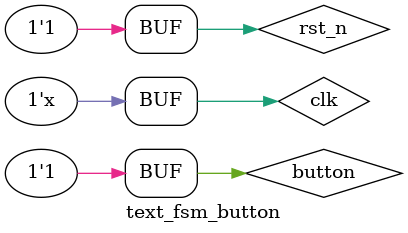
<source format=v>
module text_fsm_button;
    
    wire state;
    reg button;
    reg clk;
    reg rst_n;
    
    fsm_button U0 (state, button, clk, rst_n);
    
    always 
        #10 clk  = ~clk;
    
    initial
    begin
        clk = 0; rst_n = 1;
        #10 rst_n = 0;
        #10 rst_n = 1; button = 0;
        #20 button = 1;
        #20 button = 0;
        #20 button = 1;
    end
    
endmodule

</source>
